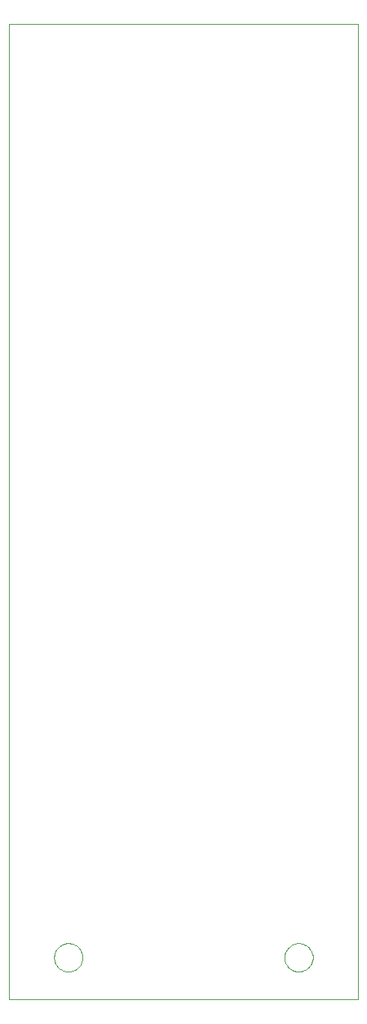
<source format=gm1>
G75*
%MOIN*%
%OFA0B0*%
%FSLAX24Y24*%
%IPPOS*%
%LPD*%
%AMOC8*
5,1,8,0,0,1.08239X$1,22.5*
%
%ADD10C,0.0000*%
D10*
X000648Y000250D02*
X000648Y043656D01*
X016200Y043656D01*
X016200Y000250D01*
X000648Y000250D01*
X002670Y002125D02*
X002672Y002175D01*
X002678Y002225D01*
X002688Y002274D01*
X002702Y002322D01*
X002719Y002369D01*
X002740Y002414D01*
X002765Y002458D01*
X002793Y002499D01*
X002825Y002538D01*
X002859Y002575D01*
X002896Y002609D01*
X002936Y002639D01*
X002978Y002666D01*
X003022Y002690D01*
X003068Y002711D01*
X003115Y002727D01*
X003163Y002740D01*
X003213Y002749D01*
X003262Y002754D01*
X003313Y002755D01*
X003363Y002752D01*
X003412Y002745D01*
X003461Y002734D01*
X003509Y002719D01*
X003555Y002701D01*
X003600Y002679D01*
X003643Y002653D01*
X003684Y002624D01*
X003723Y002592D01*
X003759Y002557D01*
X003791Y002519D01*
X003821Y002479D01*
X003848Y002436D01*
X003871Y002392D01*
X003890Y002346D01*
X003906Y002298D01*
X003918Y002249D01*
X003926Y002200D01*
X003930Y002150D01*
X003930Y002100D01*
X003926Y002050D01*
X003918Y002001D01*
X003906Y001952D01*
X003890Y001904D01*
X003871Y001858D01*
X003848Y001814D01*
X003821Y001771D01*
X003791Y001731D01*
X003759Y001693D01*
X003723Y001658D01*
X003684Y001626D01*
X003643Y001597D01*
X003600Y001571D01*
X003555Y001549D01*
X003509Y001531D01*
X003461Y001516D01*
X003412Y001505D01*
X003363Y001498D01*
X003313Y001495D01*
X003262Y001496D01*
X003213Y001501D01*
X003163Y001510D01*
X003115Y001523D01*
X003068Y001539D01*
X003022Y001560D01*
X002978Y001584D01*
X002936Y001611D01*
X002896Y001641D01*
X002859Y001675D01*
X002825Y001712D01*
X002793Y001751D01*
X002765Y001792D01*
X002740Y001836D01*
X002719Y001881D01*
X002702Y001928D01*
X002688Y001976D01*
X002678Y002025D01*
X002672Y002075D01*
X002670Y002125D01*
X012920Y002125D02*
X012922Y002175D01*
X012928Y002225D01*
X012938Y002274D01*
X012952Y002322D01*
X012969Y002369D01*
X012990Y002414D01*
X013015Y002458D01*
X013043Y002499D01*
X013075Y002538D01*
X013109Y002575D01*
X013146Y002609D01*
X013186Y002639D01*
X013228Y002666D01*
X013272Y002690D01*
X013318Y002711D01*
X013365Y002727D01*
X013413Y002740D01*
X013463Y002749D01*
X013512Y002754D01*
X013563Y002755D01*
X013613Y002752D01*
X013662Y002745D01*
X013711Y002734D01*
X013759Y002719D01*
X013805Y002701D01*
X013850Y002679D01*
X013893Y002653D01*
X013934Y002624D01*
X013973Y002592D01*
X014009Y002557D01*
X014041Y002519D01*
X014071Y002479D01*
X014098Y002436D01*
X014121Y002392D01*
X014140Y002346D01*
X014156Y002298D01*
X014168Y002249D01*
X014176Y002200D01*
X014180Y002150D01*
X014180Y002100D01*
X014176Y002050D01*
X014168Y002001D01*
X014156Y001952D01*
X014140Y001904D01*
X014121Y001858D01*
X014098Y001814D01*
X014071Y001771D01*
X014041Y001731D01*
X014009Y001693D01*
X013973Y001658D01*
X013934Y001626D01*
X013893Y001597D01*
X013850Y001571D01*
X013805Y001549D01*
X013759Y001531D01*
X013711Y001516D01*
X013662Y001505D01*
X013613Y001498D01*
X013563Y001495D01*
X013512Y001496D01*
X013463Y001501D01*
X013413Y001510D01*
X013365Y001523D01*
X013318Y001539D01*
X013272Y001560D01*
X013228Y001584D01*
X013186Y001611D01*
X013146Y001641D01*
X013109Y001675D01*
X013075Y001712D01*
X013043Y001751D01*
X013015Y001792D01*
X012990Y001836D01*
X012969Y001881D01*
X012952Y001928D01*
X012938Y001976D01*
X012928Y002025D01*
X012922Y002075D01*
X012920Y002125D01*
M02*

</source>
